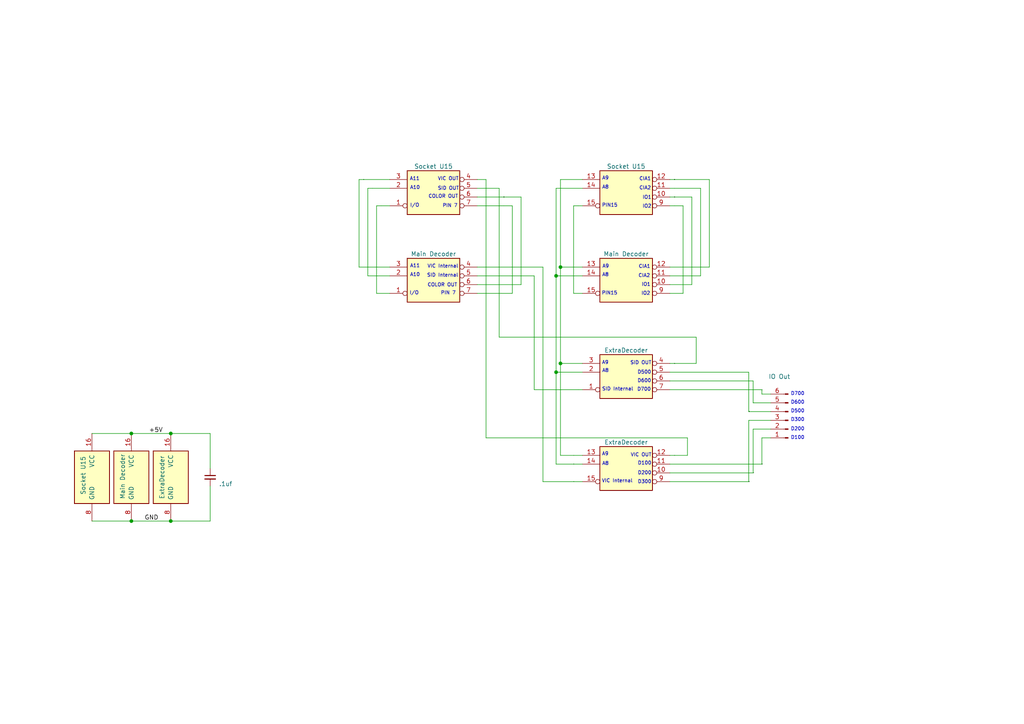
<source format=kicad_sch>
(kicad_sch (version 20230121) (generator eeschema)
  (paper "A4")
  (lib_symbols
    (symbol "74LS139_1" (pin_names (offset 1.016) hide)
      (property "Reference" "U" (at -7.62 8.89 0))
      (property "Value" "74LS139" (at -7.62 -8.89 0))
      (symbol "74LS139_1_1_0"
        (pin input inverted (at -12.7 -5.08 0) (length 5.08) (name "E") (number "1"))
        (pin input line (at -12.7 0 0) (length 5.08) (name "A0") (number "2"))
        (pin input line (at -12.7 2.54 0) (length 5.08) (name "A1") (number "3"))
        (pin output inverted (at 12.7 2.54 180) (length 5.08) (name "O0") (number "4"))
        (pin output inverted (at 12.7 0 180) (length 5.08) (name "O1") (number "5"))
        (pin output inverted (at 12.7 -2.54 180) (length 5.08) (name "O2") (number "6"))
        (pin output inverted (at 12.7 -5.08 180) (length 5.08) (name "O3") (number "7"))
      )
      (symbol "74LS139_1_1_1"
        (rectangle (start -7.62 5.08) (end 7.62 -7.62) (stroke (width 0.254)) (fill (type background)))
      )
      (symbol "74LS139_1_2_0"
        (pin output inverted (at 12.7 -2.54 180) (length 5.08) (name "O2") (number "10"))
        (pin output inverted (at 12.7 0 180) (length 5.08) (name "O1") (number "11"))
        (pin output inverted (at 12.7 2.54 180) (length 5.08) (name "O0") (number "12"))
        (pin input line (at -12.7 2.54 0) (length 5.08) (name "A1") (number "13"))
        (pin input line (at -12.7 0 0) (length 5.08) (name "A0") (number "14"))
        (pin input inverted (at -12.7 -5.08 0) (length 5.08) (name "E") (number "15"))
        (pin output inverted (at 12.7 -5.08 180) (length 5.08) (name "O3") (number "9"))
      )
      (symbol "74LS139_1_2_1"
        (rectangle (start -7.62 5.08) (end 7.62 -7.62) (stroke (width 0.254)) (fill (type background)))
      )
      (symbol "74LS139_1_3_0"
        (pin power_in line (at 0 12.7 270) (length 5.08) (name "VCC") (number "16"))
        (pin power_in line (at 0 -12.7 90) (length 5.08) (name "GND") (number "8"))
      )
      (symbol "74LS139_1_3_1"
        (rectangle (start -5.08 7.62) (end 5.08 -7.62) (stroke (width 0.254)) (fill (type background)))
      )
    )
    (symbol "74LS139_2" (pin_names (offset 1.016) hide)
      (property "Reference" "U" (at -7.62 8.89 0))
      (property "Value" "74LS139" (at -7.62 -8.89 0))
      (symbol "74LS139_2_1_0"
        (pin input inverted (at -12.7 -5.08 0) (length 5.08) (name "E") (number "1"))
        (pin input line (at -12.7 0 0) (length 5.08) (name "A0") (number "2"))
        (pin input line (at -12.7 2.54 0) (length 5.08) (name "A1") (number "3"))
        (pin output inverted (at 12.7 2.54 180) (length 5.08) (name "O0") (number "4"))
        (pin output inverted (at 12.7 0 180) (length 5.08) (name "O1") (number "5"))
        (pin output inverted (at 12.7 -2.54 180) (length 5.08) (name "O2") (number "6"))
        (pin output inverted (at 12.7 -5.08 180) (length 5.08) (name "O3") (number "7"))
      )
      (symbol "74LS139_2_1_1"
        (rectangle (start -7.62 5.08) (end 7.62 -7.62) (stroke (width 0.254)) (fill (type background)))
      )
      (symbol "74LS139_2_2_0"
        (pin output inverted (at 12.7 -2.54 180) (length 5.08) (name "O2") (number "10"))
        (pin output inverted (at 12.7 0 180) (length 5.08) (name "O1") (number "11"))
        (pin output inverted (at 12.7 2.54 180) (length 5.08) (name "O0") (number "12"))
        (pin input line (at -12.7 2.54 0) (length 5.08) (name "A1") (number "13"))
        (pin input line (at -12.7 0 0) (length 5.08) (name "A0") (number "14"))
        (pin input inverted (at -12.7 -5.08 0) (length 5.08) (name "E") (number "15"))
        (pin output inverted (at 12.7 -5.08 180) (length 5.08) (name "O3") (number "9"))
      )
      (symbol "74LS139_2_2_1"
        (rectangle (start -7.62 5.08) (end 7.62 -7.62) (stroke (width 0.254)) (fill (type background)))
      )
      (symbol "74LS139_2_3_0"
        (pin power_in line (at 0 12.7 270) (length 5.08) (name "VCC") (number "16"))
        (pin power_in line (at 0 -12.7 90) (length 5.08) (name "GND") (number "8"))
      )
      (symbol "74LS139_2_3_1"
        (rectangle (start -5.08 7.62) (end 5.08 -7.62) (stroke (width 0.254)) (fill (type background)))
      )
    )
    (symbol "74LS139_3" (pin_names (offset 1.016) hide)
      (property "Reference" "U" (at -7.62 8.89 0))
      (property "Value" "74LS139" (at -7.62 -8.89 0))
      (symbol "74LS139_3_1_0"
        (pin input inverted (at -12.7 -5.08 0) (length 5.08) (name "E") (number "1"))
        (pin input line (at -12.7 0 0) (length 5.08) (name "A0") (number "2"))
        (pin input line (at -12.7 2.54 0) (length 5.08) (name "A1") (number "3"))
        (pin output inverted (at 12.7 2.54 180) (length 5.08) (name "O0") (number "4"))
        (pin output inverted (at 12.7 0 180) (length 5.08) (name "O1") (number "5"))
        (pin output inverted (at 12.7 -2.54 180) (length 5.08) (name "O2") (number "6"))
        (pin output inverted (at 12.7 -5.08 180) (length 5.08) (name "O3") (number "7"))
      )
      (symbol "74LS139_3_1_1"
        (rectangle (start -7.62 5.08) (end 7.62 -7.62) (stroke (width 0.254)) (fill (type background)))
      )
      (symbol "74LS139_3_2_0"
        (pin output inverted (at 12.7 -2.54 180) (length 5.08) (name "O2") (number "10"))
        (pin output inverted (at 12.7 0 180) (length 5.08) (name "O1") (number "11"))
        (pin output inverted (at 12.7 2.54 180) (length 5.08) (name "O0") (number "12"))
        (pin input line (at -12.7 2.54 0) (length 5.08) (name "A1") (number "13"))
        (pin input line (at -12.7 0 0) (length 5.08) (name "A0") (number "14"))
        (pin input inverted (at -12.7 -5.08 0) (length 5.08) (name "E") (number "15"))
        (pin output inverted (at 12.7 -5.08 180) (length 5.08) (name "O3") (number "9"))
      )
      (symbol "74LS139_3_2_1"
        (rectangle (start -7.62 5.08) (end 7.62 -7.62) (stroke (width 0.254)) (fill (type background)))
      )
      (symbol "74LS139_3_3_0"
        (pin power_in line (at 0 12.7 270) (length 5.08) (name "VCC") (number "16"))
        (pin power_in line (at 0 -12.7 90) (length 5.08) (name "GND") (number "8"))
      )
      (symbol "74LS139_3_3_1"
        (rectangle (start -5.08 7.62) (end 5.08 -7.62) (stroke (width 0.254)) (fill (type background)))
      )
    )
    (symbol "74LS139_4" (pin_names (offset 1.016) hide)
      (property "Reference" "U" (at -7.62 8.89 0))
      (property "Value" "74LS139" (at -7.62 -8.89 0))
      (symbol "74LS139_4_1_0"
        (pin input inverted (at -12.7 -5.08 0) (length 5.08) (name "E") (number "1"))
        (pin input line (at -12.7 0 0) (length 5.08) (name "A0") (number "2"))
        (pin input line (at -12.7 2.54 0) (length 5.08) (name "A1") (number "3"))
        (pin output inverted (at 12.7 2.54 180) (length 5.08) (name "O0") (number "4"))
        (pin output inverted (at 12.7 0 180) (length 5.08) (name "O1") (number "5"))
        (pin output inverted (at 12.7 -2.54 180) (length 5.08) (name "O2") (number "6"))
        (pin output inverted (at 12.7 -5.08 180) (length 5.08) (name "O3") (number "7"))
      )
      (symbol "74LS139_4_1_1"
        (rectangle (start -7.62 5.08) (end 7.62 -7.62) (stroke (width 0.254)) (fill (type background)))
      )
      (symbol "74LS139_4_2_0"
        (pin output inverted (at 12.7 -2.54 180) (length 5.08) (name "O2") (number "10"))
        (pin output inverted (at 12.7 0 180) (length 5.08) (name "O1") (number "11"))
        (pin output inverted (at 12.7 2.54 180) (length 5.08) (name "O0") (number "12"))
        (pin input line (at -12.7 2.54 0) (length 5.08) (name "A1") (number "13"))
        (pin input line (at -12.7 0 0) (length 5.08) (name "A0") (number "14"))
        (pin input inverted (at -12.7 -5.08 0) (length 5.08) (name "E") (number "15"))
        (pin output inverted (at 12.7 -5.08 180) (length 5.08) (name "O3") (number "9"))
      )
      (symbol "74LS139_4_2_1"
        (rectangle (start -7.62 5.08) (end 7.62 -7.62) (stroke (width 0.254)) (fill (type background)))
      )
      (symbol "74LS139_4_3_0"
        (pin power_in line (at 0 12.7 270) (length 5.08) (name "VCC") (number "16"))
        (pin power_in line (at 0 -12.7 90) (length 5.08) (name "GND") (number "8"))
      )
      (symbol "74LS139_4_3_1"
        (rectangle (start -5.08 7.62) (end 5.08 -7.62) (stroke (width 0.254)) (fill (type background)))
      )
    )
    (symbol "74LS139_5" (pin_names (offset 1.016) hide)
      (property "Reference" "U" (at -7.62 8.89 0))
      (property "Value" "74LS139" (at -7.62 -8.89 0))
      (symbol "74LS139_5_1_0"
        (pin input inverted (at -12.7 -5.08 0) (length 5.08) (name "E") (number "1"))
        (pin input line (at -12.7 0 0) (length 5.08) (name "A0") (number "2"))
        (pin input line (at -12.7 2.54 0) (length 5.08) (name "A1") (number "3"))
        (pin output inverted (at 12.7 2.54 180) (length 5.08) (name "O0") (number "4"))
        (pin output inverted (at 12.7 0 180) (length 5.08) (name "O1") (number "5"))
        (pin output inverted (at 12.7 -2.54 180) (length 5.08) (name "O2") (number "6"))
        (pin output inverted (at 12.7 -5.08 180) (length 5.08) (name "O3") (number "7"))
      )
      (symbol "74LS139_5_1_1"
        (rectangle (start -7.62 5.08) (end 7.62 -7.62) (stroke (width 0.254)) (fill (type background)))
      )
      (symbol "74LS139_5_2_0"
        (pin output inverted (at 12.7 -2.54 180) (length 5.08) (name "O2") (number "10"))
        (pin output inverted (at 12.7 0 180) (length 5.08) (name "O1") (number "11"))
        (pin output inverted (at 12.7 2.54 180) (length 5.08) (name "O0") (number "12"))
        (pin input line (at -12.7 2.54 0) (length 5.08) (name "A1") (number "13"))
        (pin input line (at -12.7 0 0) (length 5.08) (name "A0") (number "14"))
        (pin input inverted (at -12.7 -5.08 0) (length 5.08) (name "E") (number "15"))
        (pin output inverted (at 12.7 -5.08 180) (length 5.08) (name "O3") (number "9"))
      )
      (symbol "74LS139_5_2_1"
        (rectangle (start -7.62 5.08) (end 7.62 -7.62) (stroke (width 0.254)) (fill (type background)))
      )
      (symbol "74LS139_5_3_0"
        (pin power_in line (at 0 12.7 270) (length 5.08) (name "VCC") (number "16"))
        (pin power_in line (at 0 -12.7 90) (length 5.08) (name "GND") (number "8"))
      )
      (symbol "74LS139_5_3_1"
        (rectangle (start -5.08 7.62) (end 5.08 -7.62) (stroke (width 0.254)) (fill (type background)))
      )
    )
    (symbol "74LS139_6" (pin_names (offset 1.016) hide)
      (property "Reference" "U" (at -7.62 8.89 0))
      (property "Value" "74LS139" (at -7.62 -8.89 0))
      (symbol "74LS139_6_1_0"
        (pin input inverted (at -12.7 -5.08 0) (length 5.08) (name "E") (number "1"))
        (pin input line (at -12.7 0 0) (length 5.08) (name "A0") (number "2"))
        (pin input line (at -12.7 2.54 0) (length 5.08) (name "A1") (number "3"))
        (pin output inverted (at 12.7 2.54 180) (length 5.08) (name "O0") (number "4"))
        (pin output inverted (at 12.7 0 180) (length 5.08) (name "O1") (number "5"))
        (pin output inverted (at 12.7 -2.54 180) (length 5.08) (name "O2") (number "6"))
        (pin output inverted (at 12.7 -5.08 180) (length 5.08) (name "O3") (number "7"))
      )
      (symbol "74LS139_6_1_1"
        (rectangle (start -7.62 5.08) (end 7.62 -7.62) (stroke (width 0.254)) (fill (type background)))
      )
      (symbol "74LS139_6_2_0"
        (pin output inverted (at 12.7 -2.54 180) (length 5.08) (name "O2") (number "10"))
        (pin output inverted (at 12.7 0 180) (length 5.08) (name "O1") (number "11"))
        (pin output inverted (at 12.7 2.54 180) (length 5.08) (name "O0") (number "12"))
        (pin input line (at -12.7 2.54 0) (length 5.08) (name "A1") (number "13"))
        (pin input line (at -12.7 0 0) (length 5.08) (name "A0") (number "14"))
        (pin input inverted (at -12.7 -5.08 0) (length 5.08) (name "E") (number "15"))
        (pin output inverted (at 12.7 -5.08 180) (length 5.08) (name "O3") (number "9"))
      )
      (symbol "74LS139_6_2_1"
        (rectangle (start -7.62 5.08) (end 7.62 -7.62) (stroke (width 0.254)) (fill (type background)))
      )
      (symbol "74LS139_6_3_0"
        (pin power_in line (at 0 12.7 270) (length 5.08) (name "VCC") (number "16"))
        (pin power_in line (at 0 -12.7 90) (length 5.08) (name "GND") (number "8"))
      )
      (symbol "74LS139_6_3_1"
        (rectangle (start -5.08 7.62) (end 5.08 -7.62) (stroke (width 0.254)) (fill (type background)))
      )
    )
    (symbol "74xx:74LS139" (pin_names (offset 1.016))
      (property "Reference" "U" (at -7.62 8.89 0))
      (property "Value" "74LS139" (at -7.62 -8.89 0))
      (symbol "74LS139_1_0"
        (pin input inverted (at -12.7 -5.08 0) (length 5.08) (name "E") (number "1"))
        (pin input line (at -12.7 0 0) (length 5.08) (name "A0") (number "2"))
        (pin input line (at -12.7 2.54 0) (length 5.08) (name "A1") (number "3"))
        (pin output inverted (at 12.7 2.54 180) (length 5.08) (name "O0") (number "4"))
        (pin output inverted (at 12.7 0 180) (length 5.08) (name "O1") (number "5"))
        (pin output inverted (at 12.7 -2.54 180) (length 5.08) (name "O2") (number "6"))
        (pin output inverted (at 12.7 -5.08 180) (length 5.08) (name "O3") (number "7"))
      )
      (symbol "74LS139_1_1"
        (rectangle (start -7.62 5.08) (end 7.62 -7.62) (stroke (width 0.254)) (fill (type background)))
      )
      (symbol "74LS139_2_0"
        (pin output inverted (at 12.7 -2.54 180) (length 5.08) (name "O2") (number "10"))
        (pin output inverted (at 12.7 0 180) (length 5.08) (name "O1") (number "11"))
        (pin output inverted (at 12.7 2.54 180) (length 5.08) (name "O0") (number "12"))
        (pin input line (at -12.7 2.54 0) (length 5.08) (name "A1") (number "13"))
        (pin input line (at -12.7 0 0) (length 5.08) (name "A0") (number "14"))
        (pin input inverted (at -12.7 -5.08 0) (length 5.08) (name "E") (number "15"))
        (pin output inverted (at 12.7 -5.08 180) (length 5.08) (name "O3") (number "9"))
      )
      (symbol "74LS139_2_1"
        (rectangle (start -7.62 5.08) (end 7.62 -7.62) (stroke (width 0.254)) (fill (type background)))
      )
      (symbol "74LS139_3_0"
        (pin power_in line (at 0 12.7 270) (length 5.08) (name "VCC") (number "16"))
        (pin power_in line (at 0 -12.7 90) (length 5.08) (name "GND") (number "8"))
      )
      (symbol "74LS139_3_1"
        (rectangle (start -5.08 7.62) (end 5.08 -7.62) (stroke (width 0.254)) (fill (type background)))
      )
    )
    (symbol "Connector:Conn_01x06_Pin" (pin_names (offset 1.016) hide)
      (property "Reference" "J" (at 0 7.62 0))
      (property "Value" "Conn_01x06_Pin" (at 0 -10.16 0))
      (symbol "Conn_01x06_Pin_1_1"
        (polyline (pts (xy 1.27 -7.62) (xy 0.8636 -7.62)) (stroke (width 0.1524)))
        (polyline (pts (xy 1.27 -5.08) (xy 0.8636 -5.08)) (stroke (width 0.1524)))
        (polyline (pts (xy 1.27 -2.54) (xy 0.8636 -2.54)) (stroke (width 0.1524)))
        (polyline (pts (xy 1.27 0) (xy 0.8636 0)) (stroke (width 0.1524)))
        (polyline (pts (xy 1.27 2.54) (xy 0.8636 2.54)) (stroke (width 0.1524)))
        (polyline (pts (xy 1.27 5.08) (xy 0.8636 5.08)) (stroke (width 0.1524)))
        (rectangle (start 0.8636 -7.493) (end 0 -7.747) (stroke (width 0.1524)) (fill (type outline)))
        (rectangle (start 0.8636 -4.953) (end 0 -5.207) (stroke (width 0.1524)) (fill (type outline)))
        (rectangle (start 0.8636 -2.413) (end 0 -2.667) (stroke (width 0.1524)) (fill (type outline)))
        (rectangle (start 0.8636 0.127) (end 0 -0.127) (stroke (width 0.1524)) (fill (type outline)))
        (rectangle (start 0.8636 2.667) (end 0 2.413) (stroke (width 0.1524)) (fill (type outline)))
        (rectangle (start 0.8636 5.207) (end 0 4.953) (stroke (width 0.1524)) (fill (type outline)))
        (pin passive line (at 5.08 5.08 180) (length 3.81) (name "Pin_1") (number "1"))
        (pin passive line (at 5.08 2.54 180) (length 3.81) (name "Pin_2") (number "2"))
        (pin passive line (at 5.08 0 180) (length 3.81) (name "Pin_3") (number "3"))
        (pin passive line (at 5.08 -2.54 180) (length 3.81) (name "Pin_4") (number "4"))
        (pin passive line (at 5.08 -5.08 180) (length 3.81) (name "Pin_5") (number "5"))
        (pin passive line (at 5.08 -7.62 180) (length 3.81) (name "Pin_6") (number "6"))
      )
    )
    (symbol "Device:C_Small" (pin_numbers hide) (pin_names (offset 0.254) hide)
      (property "Reference" "C" (at 0.254 1.778 0))
      (property "Value" "C_Small" (at 0.254 -2.032 0))
      (symbol "C_Small_0_1"
        (polyline (pts (xy -1.524 -0.508) (xy 1.524 -0.508)) (stroke (width 0.3302)))
        (polyline (pts (xy -1.524 0.508) (xy 1.524 0.508)) (stroke (width 0.3048)))
      )
      (symbol "C_Small_1_1"
        (pin passive line (at 0 2.54 270) (length 2.032) (name "~") (number "1"))
        (pin passive line (at 0 -2.54 90) (length 2.032) (name "~") (number "2"))
      )
    )
  )
  (junction (at 162.56 77.47))
  (junction (at 161.29 107.95))
  (junction (at 162.56 105.41))
  (junction (at 38.1 125.73))
  (junction (at 161.29 80.01))
  (junction (at 49.53 125.73))
  (junction (at 38.1 151.13))
  (junction (at 49.53 151.13))
  (wire (pts (xy 200.66 57.15) (xy 194.31 57.15)))
  (wire (pts (xy 194.31 110.49) (xy 218.44 110.49)))
  (wire (pts (xy 194.31 137.16) (xy 218.44 137.16)))
  (wire (pts (xy 140.97 52.07) (xy 140.97 127)))
  (wire (pts (xy 104.14 77.47) (xy 113.03 77.47)))
  (wire (pts (xy 217.17 121.92) (xy 223.52 121.92)))
  (wire (pts (xy 60.96 125.73) (xy 60.96 135.89)))
  (wire (pts (xy 162.56 77.47) (xy 162.56 52.07)))
  (wire (pts (xy 199.39 127) (xy 199.39 132.08)))
  (wire (pts (xy 168.91 85.09) (xy 166.37 85.09)))
  (wire (pts (xy 38.1 125.73) (xy 49.53 125.73)))
  (wire (pts (xy 220.98 113.03) (xy 194.31 113.03)))
  (wire (pts (xy 104.14 52.07) (xy 104.14 77.47)))
  (wire (pts (xy 154.94 113.03) (xy 168.91 113.03)))
  (wire (pts (xy 194.31 80.01) (xy 203.2 80.01)))
  (wire (pts (xy 113.03 52.07) (xy 104.14 52.07)))
  (wire (pts (xy 109.22 59.69) (xy 109.22 85.09)))
  (wire (pts (xy 157.48 139.7) (xy 168.91 139.7)))
  (wire (pts (xy 218.44 116.84) (xy 223.52 116.84)))
  (wire (pts (xy 200.66 82.55) (xy 200.66 57.15)))
  (wire (pts (xy 166.37 85.09) (xy 166.37 59.69)))
  (wire (pts (xy 148.59 59.69) (xy 138.43 59.69)))
  (wire (pts (xy 106.68 80.01) (xy 113.03 80.01)))
  (wire (pts (xy 198.12 85.09) (xy 198.12 59.69)))
  (wire (pts (xy 166.37 59.69) (xy 168.91 59.69)))
  (wire (pts (xy 223.52 114.3) (xy 220.98 114.3)))
  (wire (pts (xy 157.48 77.47) (xy 157.48 139.7)))
  (wire (pts (xy 194.31 134.62) (xy 220.98 134.62)))
  (wire (pts (xy 218.44 137.16) (xy 218.44 124.46)))
  (wire (pts (xy 138.43 52.07) (xy 140.97 52.07)))
  (wire (pts (xy 138.43 57.15) (xy 151.13 57.15)))
  (wire (pts (xy 220.98 114.3) (xy 220.98 113.03)))
  (wire (pts (xy 217.17 107.95) (xy 217.17 119.38)))
  (wire (pts (xy 194.31 107.95) (xy 217.17 107.95)))
  (wire (pts (xy 162.56 52.07) (xy 168.91 52.07)))
  (wire (pts (xy 218.44 124.46) (xy 223.52 124.46)))
  (wire (pts (xy 26.67 151.13) (xy 38.1 151.13)))
  (wire (pts (xy 161.29 54.61) (xy 168.91 54.61)))
  (wire (pts (xy 217.17 119.38) (xy 223.52 119.38)))
  (wire (pts (xy 217.17 139.7) (xy 217.17 121.92)))
  (wire (pts (xy 161.29 107.95) (xy 168.91 107.95)))
  (wire (pts (xy 205.74 77.47) (xy 205.74 52.07)))
  (wire (pts (xy 148.59 85.09) (xy 148.59 59.69)))
  (wire (pts (xy 199.39 132.08) (xy 194.31 132.08)))
  (wire (pts (xy 218.44 110.49) (xy 218.44 116.84)))
  (wire (pts (xy 151.13 82.55) (xy 151.13 57.15)))
  (wire (pts (xy 162.56 105.41) (xy 168.91 105.41)))
  (wire (pts (xy 106.68 80.01) (xy 106.68 54.61)))
  (wire (pts (xy 60.96 140.97) (xy 60.96 151.13)))
  (wire (pts (xy 220.98 127) (xy 223.52 127)))
  (wire (pts (xy 26.67 125.73) (xy 38.1 125.73)))
  (wire (pts (xy 144.78 97.79) (xy 201.93 97.79)))
  (wire (pts (xy 144.78 54.61) (xy 144.78 97.79)))
  (wire (pts (xy 154.94 80.01) (xy 154.94 113.03)))
  (wire (pts (xy 138.43 82.55) (xy 151.13 82.55)))
  (wire (pts (xy 205.74 52.07) (xy 194.31 52.07)))
  (wire (pts (xy 162.56 132.08) (xy 162.56 105.41)))
  (wire (pts (xy 138.43 54.61) (xy 144.78 54.61)))
  (wire (pts (xy 109.22 85.09) (xy 113.03 85.09)))
  (wire (pts (xy 161.29 134.62) (xy 161.29 107.95)))
  (wire (pts (xy 140.97 127) (xy 199.39 127)))
  (wire (pts (xy 38.1 151.13) (xy 49.53 151.13)))
  (wire (pts (xy 194.31 54.61) (xy 203.2 54.61)))
  (wire (pts (xy 194.31 85.09) (xy 198.12 85.09)))
  (wire (pts (xy 168.91 134.62) (xy 161.29 134.62)))
  (wire (pts (xy 161.29 80.01) (xy 168.91 80.01)))
  (wire (pts (xy 138.43 77.47) (xy 157.48 77.47)))
  (wire (pts (xy 162.56 77.47) (xy 168.91 77.47)))
  (wire (pts (xy 194.31 105.41) (xy 201.93 105.41)))
  (wire (pts (xy 113.03 59.69) (xy 109.22 59.69)))
  (wire (pts (xy 168.91 132.08) (xy 162.56 132.08)))
  (wire (pts (xy 138.43 85.09) (xy 148.59 85.09)))
  (wire (pts (xy 220.98 134.62) (xy 220.98 127)))
  (wire (pts (xy 203.2 80.01) (xy 203.2 54.61)))
  (wire (pts (xy 194.31 82.55) (xy 200.66 82.55)))
  (wire (pts (xy 198.12 59.69) (xy 194.31 59.69)))
  (wire (pts (xy 60.96 151.13) (xy 49.53 151.13)))
  (wire (pts (xy 49.53 125.73) (xy 60.96 125.73)))
  (wire (pts (xy 161.29 107.95) (xy 161.29 80.01)))
  (wire (pts (xy 106.68 54.61) (xy 113.03 54.61)))
  (wire (pts (xy 194.31 139.7) (xy 217.17 139.7)))
  (wire (pts (xy 138.43 80.01) (xy 154.94 80.01)))
  (wire (pts (xy 194.31 77.47) (xy 205.74 77.47)))
  (wire (pts (xy 161.29 80.01) (xy 161.29 54.61)))
  (wire (pts (xy 201.93 97.79) (xy 201.93 105.41)))
  (wire (pts (xy 162.56 105.41) (xy 162.56 77.47)))
  (text "SID OUT" (at 182.7531 105.9321 0) (effects (font (size 1 1)) (justify left bottom)))
  (text "VIC Internal" (at 123.9238 77.9258 0) (effects (font (size 1 1)) (justify left bottom)))
  (text "A9" (at 174.5486 132.362 0) (effects (font (size 1 1)) (justify left bottom)))
  (text "PIN 7" (at 128.32 60.3697 0) (effects (font (size 1 1)) (justify left bottom)))
  (text "VIC OUT" (at 182.8673 132.6517 0) (effects (font (size 1 1)) (justify left bottom)))
  (text "A8" (at 174.6057 55.0008 0) (effects (font (size 1 1)) (justify left bottom)))
  (text "COLOR OUT" (at 123.9523 83.3639 0) (effects (font (size 1 1)) (justify left bottom)))
  (text "PIN 7" (at 127.8061 85.6762 0) (effects (font (size 1 1)) (justify left bottom)))
  (text "VIC OUT" (at 126.9355 52.5527 0) (effects (font (size 1 1)) (justify left bottom)))
  (text "CIA2" (at 185.1108 80.6641 0) (effects (font (size 1 1)) (justify left bottom)))
  (text "IO1" (at 186.0528 83.2333 0) (effects (font (size 1 1)) (justify left bottom)))
  (text "A8" (at 174.6057 135.1596 0) (effects (font (size 1 1)) (justify left bottom)))
  (text "CIA2" (at 185.3677 55.2291 0) (effects (font (size 1 1)) (justify left bottom)))
  (text "COLOR OUT" (at 124.2093 57.672 0) (effects (font (size 1 1)) (justify left bottom)))
  (text "A8" (at 174.6057 80.4072 0) (effects (font (size 1 1)) (justify left bottom)))
  (text "I/O" (at 118.8853 60.2602 0) (effects (font (size 1 1)) (justify left bottom)))
  (text "D200" (at 229.3246 125.1138 0) (effects (font (size 1 1)) (justify left bottom)))
  (text "D600" (at 229.3246 117.3915 0) (effects (font (size 1 1)) (justify left bottom)))
  (text "SID Internal" (at 174.5771 113.5497 0) (effects (font (size 1 1)) (justify left bottom)))
  (text "CIA1" (at 185.1964 78.0092 0) (effects (font (size 1 1)) (justify left bottom)))
  (text "A9" (at 174.6057 52.3745 0) (effects (font (size 1 1)) (justify left bottom)))
  (text "D700" (at 229.3246 114.8794 0) (effects (font (size 1 1)) (justify left bottom)))
  (text "A8" (at 174.6057 108.2116 0) (effects (font (size 1 1)) (justify left bottom)))
  (text "SID OUT" (at 126.9355 55.3455 0) (effects (font (size 1 1)) (justify left bottom)))
  (text "A10" (at 118.8853 55.1219 0) (effects (font (size 1 1)) (justify left bottom)))
  (text "IO2" (at 186.3098 60.5388 0) (effects (font (size 1 1)) (justify left bottom)))
  (text "PIN15" (at 174.4915 85.7169 0) (effects (font (size 1 1)) (justify left bottom)))
  (text "D100" (at 184.9395 135.0453 0) (effects (font (size 1 1)) (justify left bottom)))
  (text "A11" (at 118.7997 52.5527 0) (effects (font (size 1 1)) (justify left bottom)))
  (text "VIC Internal" (at 174.4914 140.1837 0) (effects (font (size 1 1)) (justify left bottom)))
  (text "A10" (at 118.8853 80.3856 0) (effects (font (size 1 1)) (justify left bottom)))
  (text "D600" (at 184.8539 111.1518 0) (effects (font (size 1 1)) (justify left bottom)))
  (text "D200" (at 184.9395 137.8714 0) (effects (font (size 1 1)) (justify left bottom)))
  (text "D500" (at 184.8539 108.6683 0) (effects (font (size 1 1)) (justify left bottom)))
  (text "D100" (at 229.3246 127.6259 0) (effects (font (size 1 1)) (justify left bottom)))
  (text "PIN15" (at 174.5486 60.2534 0) (effects (font (size 1 1)) (justify left bottom)))
  (text "D700" (at 184.7682 113.6354 0) (effects (font (size 1 1)) (justify left bottom)))
  (text "SID Internal" (at 123.8096 80.5521 0) (effects (font (size 1 1)) (justify left bottom)))
  (text "D300" (at 229.3246 122.4157 0) (effects (font (size 1 1)) (justify left bottom)))
  (text "A9" (at 174.5486 105.8708 0) (effects (font (size 1 1)) (justify left bottom)))
  (text "A11" (at 118.8853 77.8164 0) (effects (font (size 1 1)) (justify left bottom)))
  (text "D300" (at 184.9395 140.4406 0) (effects (font (size 1 1)) (justify left bottom)))
  (text "IO2" (at 185.9672 85.8024 0) (effects (font (size 1 1)) (justify left bottom)))
  (text "CIA1" (at 185.3677 52.5742 0) (effects (font (size 1 1)) (justify left bottom)))
  (text "I/O" (at 118.7388 85.6658 0) (effects (font (size 1 1)) (justify left bottom)))
  (text "IO1" (at 186.3098 57.9696 0) (effects (font (size 1 1)) (justify left bottom)))
  (text "A9" (at 174.6628 77.9522 0) (effects (font (size 1 1)) (justify left bottom)))
  (text "D500" (at 229.3246 119.9036 0) (effects (font (size 1 1)) (justify left bottom)))
  (label "VICINT" (at 166.37 139.7 0) (effects (font (size 0.0102 0.0102))))
  (label "I{slash}O" (at 110.49 59.69 0) (effects (font (size 0.0102 0.0102))))
  (label "A9" (at 166.37 132.08 0) (effects (font (size 0.0102 0.0102))))
  (label "+5V" (at 43.18 125.73 0))
  (label "A10" (at 107.95 54.61 0) (effects (font (size 0.0102 0.0102))))
  (label "PIN7" (at 146.05 59.69 0) (effects (font (size 0.0102 0.0102))))
  (label "A8" (at 166.37 134.62 0) (effects (font (size 0.0102 0.0102))))
  (label "A11" (at 105.41 52.07 0) (effects (font (size 0.0102 0.0102))))
  (label "PIN15" (at 167.64 59.69 0) (effects (font (size 0.0102 0.0102))))
  (label "COLOROUT" (at 146.05 57.15 0) (effects (font (size 0.0102 0.0102))))
  (label "IO1" (at 195.58 57.15 0) (effects (font (size 0.0102 0.0102))))
  (label "D100" (at 220.98 134.62 0) (effects (font (size 0.0102 0.0102))))
  (label "GND" (at 41.91 151.13 0))
  (label "CIA1" (at 195.58 52.07 0) (effects (font (size 0.0102 0.0102))))
  (label "D500" (at 217.17 119.38 0) (effects (font (size 0.0102 0.0102))))
  (label "VICOUT" (at 195.58 132.08 0) (effects (font (size 0.0102 0.0102))))
  (label "D300" (at 217.17 139.7 0) (effects (font (size 0.0102 0.0102))))
  (label "D200" (at 218.44 137.16 0) (effects (font (size 0.0102 0.0102))))
  (label "D600" (at 218.44 116.84 0) (effects (font (size 0.0102 0.0102))))
  (label "D700" (at 220.98 113.03 0) (effects (font (size 0.0102 0.0102))))
  (label "SIDOUT" (at 195.58 105.41 0) (effects (font (size 0.0102 0.0102))))
  (label "CIA2" (at 195.58 54.61 0) (effects (font (size 0.0102 0.0102))))
  (label "IO2" (at 195.58 59.69 0) (effects (font (size 0.0102 0.0102))))
  (label "SIDINT" (at 167.64 113.03 0) (effects (font (size 0.0102 0.0102))))
  (symbol (lib_name "74LS139_2") (lib_id "74xx:74LS139") (at 181.61 54.61 0) (unit 2)
    (property "Reference" "U1" (effects hide))
    (property "Value" "Socket U15" (at 181.61 48.26 0))
    (property "Footprint" "Package_DIP:DIP-16_W7.62mm_LongPads" (effects hide))
    (property "Datasheet" "http://www.ti.com/lit/ds/symlink/sn74ls139a.pdf" (effects hide))
  )
  (symbol (lib_name "74LS139_3") (lib_id "74xx:74LS139") (at 181.61 80.01 0) (unit 2)
    (property "Reference" "U2" (effects hide))
    (property "Value" "Main Decoder" (at 181.61 73.66 0))
    (property "Footprint" "Package_SO:SOIC-16_4.55x10.3mm_P1.27mm" (effects hide))
    (property "Datasheet" "http://www.ti.com/lit/ds/symlink/sn74ls139a.pdf" (effects hide))
  )
  (symbol (lib_name "74LS139_1") (lib_id "74xx:74LS139") (at 125.73 54.61 0) (unit 1)
    (property "Reference" "U1" (effects hide))
    (property "Value" "Socket U15" (at 125.73 48.26 0))
    (property "Footprint" "Package_DIP:DIP-16_W7.62mm_LongPads" (effects hide))
    (property "Datasheet" "http://www.ti.com/lit/ds/symlink/sn74ls139a.pdf" (effects hide))
  )
  (symbol (lib_id "74xx:74LS139") (at 26.67 138.43 0) (unit 3)
    (property "Reference" "U1" (effects hide))
    (property "Value" "Socket U15" (at 24.13 143.51 90) (effects (justify left)))
    (property "Footprint" "Package_DIP:DIP-16_W7.62mm_LongPads" (effects hide))
    (property "Datasheet" "http://www.ti.com/lit/ds/symlink/sn74ls139a.pdf" (effects hide))
  )
  (symbol (lib_id "Device:C_Small") (at 60.96 138.43 0) (unit 1)
    (property "Reference" "C1" (effects hide))
    (property "Value" ".1uf" (at 63.5 140.3413 0) (effects (justify left)))
    (property "Footprint" "Capacitor_SMD:C_0805_2012Metric" (effects hide))
  )
  (symbol (lib_id "74xx:74LS139") (at 49.53 138.43 0) (unit 3)
    (property "Reference" "U3" (effects hide))
    (property "Value" "ExtraDecoder" (at 46.99 144.78 90) (effects (justify left)))
    (property "Footprint" "Package_SO:SOIC-16_4.55x10.3mm_P1.27mm" (effects hide))
    (property "Datasheet" "http://www.ti.com/lit/ds/symlink/sn74ls139a.pdf" (effects hide))
  )
  (symbol (lib_name "74LS139_5") (lib_id "74xx:74LS139") (at 181.61 134.62 0) (unit 2)
    (property "Reference" "U3" (effects hide))
    (property "Value" "ExtraDecoder" (at 181.61 128.27 0))
    (property "Footprint" "Package_SO:SOIC-16_4.55x10.3mm_P1.27mm" (effects hide))
    (property "Datasheet" "http://www.ti.com/lit/ds/symlink/sn74ls139a.pdf" (effects hide))
  )
  (symbol (lib_name "74LS139_4") (lib_id "74xx:74LS139") (at 181.61 107.95 0) (unit 1)
    (property "Reference" "U3" (effects hide))
    (property "Value" "ExtraDecoder" (at 181.61 101.6 0))
    (property "Footprint" "Package_SO:SOIC-16_4.55x10.3mm_P1.27mm" (effects hide))
    (property "Datasheet" "http://www.ti.com/lit/ds/symlink/sn74ls139a.pdf" (effects hide))
  )
  (symbol (lib_name "74LS139_6") (lib_id "74xx:74LS139") (at 125.73 80.01 0) (unit 1)
    (property "Reference" "U2" (effects hide))
    (property "Value" "Main Decoder" (at 125.73 73.66 0))
    (property "Footprint" "Package_SO:SOIC-16_4.55x10.3mm_P1.27mm" (effects hide))
    (property "Datasheet" "http://www.ti.com/lit/ds/symlink/sn74ls139a.pdf" (effects hide))
  )
  (symbol (lib_id "Connector:Conn_01x06_Pin") (at 228.6 121.92 180) (unit 1)
    (property "Reference" "J1" (effects hide))
    (property "Value" "IO Out" (at 226.06 109.22 0))
    (property "Footprint" "Connector_PinHeader_2.54mm:PinHeader_1x06_P2.54mm_Vertical" (effects hide))
  )
  (symbol (lib_id "74xx:74LS139") (at 38.1 138.43 0) (unit 3)
    (property "Reference" "U2" (effects hide))
    (property "Value" "Main Decoder" (at 35.56 144.78 90) (effects (justify left)))
    (property "Footprint" "Package_SO:SOIC-16_4.55x10.3mm_P1.27mm" (effects hide))
    (property "Datasheet" "http://www.ti.com/lit/ds/symlink/sn74ls139a.pdf" (effects hide))
  )
)
</source>
